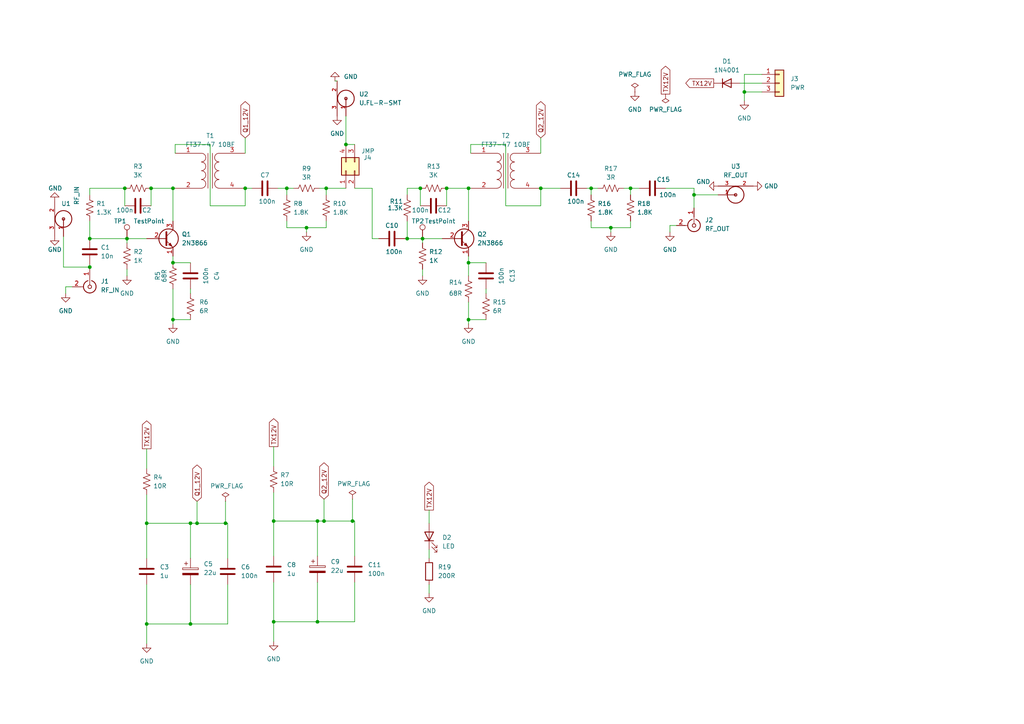
<source format=kicad_sch>
(kicad_sch (version 20211123) (generator eeschema)
  (paper "A4")
  (lib_symbols
    (symbol "Connector:Conn_Coaxial" (pin_names (offset 1.016) hide)
      (property "Reference" "J" (at 0.254 3.048 0))
      (property "Value" "Conn_Coaxial" (at 2.921 0 90))
      (symbol "Conn_Coaxial_0_1"
        (arc (start -1.778 -0.508) (mid 0.2311 -1.8066) (end 1.778 0) (stroke (width 0.254)))
        (polyline (pts (xy -2.54 0) (xy -0.508 0)))
        (polyline (pts (xy 0 -2.54) (xy 0 -1.778)))
        (circle (center 0 0) (radius 0.508) (stroke (width 0.2032)))
        (arc (start 1.778 0) (mid 0.2099 1.8101) (end -1.778 0.508) (stroke (width 0.254)))
      )
      (symbol "Conn_Coaxial_1_1"
        (pin passive line (at -5.08 0 0) (length 2.54) (name "In") (number "1"))
        (pin passive line (at 0 -5.08 90) (length 2.54) (name "Ext") (number "2"))
      )
    )
    (symbol "Connector:TestPoint" (pin_numbers hide) (pin_names (offset 0.762) hide)
      (property "Reference" "TP" (at 0 6.858 0))
      (property "Value" "TestPoint" (at 0 5.08 0))
      (symbol "TestPoint_0_1"
        (circle (center 0 3.302) (radius 0.762))
      )
      (symbol "TestPoint_1_1"
        (pin passive line (at 0 0 90) (length 2.54) (name "1") (number "1"))
      )
    )
    (symbol "Connector_Generic:Conn_01x03" (pin_names (offset 1.016) hide)
      (property "Reference" "J" (at 0 5.08 0))
      (property "Value" "Conn_01x03" (at 0 -5.08 0))
      (symbol "Conn_01x03_1_1"
        (rectangle (start -1.27 -2.413) (end 0 -2.667) (stroke (width 0.1524)))
        (rectangle (start -1.27 0.127) (end 0 -0.127) (stroke (width 0.1524)))
        (rectangle (start -1.27 2.667) (end 0 2.413) (stroke (width 0.1524)))
        (rectangle (start -1.27 3.81) (end 1.27 -3.81) (stroke (width 0.254)) (fill (type background)))
        (pin passive line (at -5.08 2.54 0) (length 3.81) (name "Pin_1") (number "1"))
        (pin passive line (at -5.08 0 0) (length 3.81) (name "Pin_2") (number "2"))
        (pin passive line (at -5.08 -2.54 0) (length 3.81) (name "Pin_3") (number "3"))
      )
    )
    (symbol "Connector_Generic:Conn_02x02_Counter_Clockwise" (pin_names (offset 1.016) hide)
      (property "Reference" "J" (at 1.27 2.54 0))
      (property "Value" "Conn_02x02_Counter_Clockwise" (at 1.27 -5.08 0))
      (symbol "Conn_02x02_Counter_Clockwise_1_1"
        (rectangle (start -1.27 -2.413) (end 0 -2.667) (stroke (width 0.1524)))
        (rectangle (start -1.27 0.127) (end 0 -0.127) (stroke (width 0.1524)))
        (rectangle (start -1.27 1.27) (end 3.81 -3.81) (stroke (width 0.254)) (fill (type background)))
        (rectangle (start 3.81 -2.413) (end 2.54 -2.667) (stroke (width 0.1524)))
        (rectangle (start 3.81 0.127) (end 2.54 -0.127) (stroke (width 0.1524)))
        (pin passive line (at -5.08 0 0) (length 3.81) (name "Pin_1") (number "1"))
        (pin passive line (at -5.08 -2.54 0) (length 3.81) (name "Pin_2") (number "2"))
        (pin passive line (at 7.62 -2.54 180) (length 3.81) (name "Pin_3") (number "3"))
        (pin passive line (at 7.62 0 180) (length 3.81) (name "Pin_4") (number "4"))
      )
    )
    (symbol "Custom_RF:Generic Transfomer" (pin_names (offset 1.016) hide)
      (property "Reference" "T" (at 0 6.35 0))
      (property "Value" "Generic Transfomer" (at 0 -7.62 0))
      (symbol "Generic Transfomer_0_1"
        (arc (start -2.54 -5.0546) (mid -1.6599 -4.6901) (end -1.27 -3.81))
        (arc (start -2.54 -2.5146) (mid -1.6599 -2.1501) (end -1.27 -1.27))
        (arc (start -2.54 0.0254) (mid -1.6599 0.3899) (end -1.27 1.27))
        (arc (start -2.54 2.5654) (mid -1.6599 2.9299) (end -1.27 3.81))
        (arc (start -1.27 -3.81) (mid -1.642 -2.912) (end -2.54 -2.54))
        (arc (start -1.27 -1.27) (mid -1.642 -0.372) (end -2.54 0))
        (arc (start -1.27 1.27) (mid -1.642 2.168) (end -2.54 2.54))
        (arc (start -1.27 3.81) (mid -1.642 4.708) (end -2.54 5.08))
        (polyline (pts (xy -0.635 5.08) (xy -0.635 -5.08)))
        (polyline (pts (xy 0.635 -5.08) (xy 0.635 5.08)))
        (arc (start 1.2954 -1.27) (mid 1.6599 -2.1501) (end 2.54 -2.5146))
        (arc (start 1.2954 1.27) (mid 1.6599 0.3899) (end 2.54 0.0254))
        (arc (start 1.2954 3.81) (mid 1.6599 2.9299) (end 2.54 2.5654))
        (arc (start 1.3208 -3.81) (mid 1.6853 -4.6901) (end 2.5654 -5.0546))
        (arc (start 2.54 0) (mid 1.642 -0.372) (end 1.2954 -1.27))
        (arc (start 2.54 2.54) (mid 1.642 2.168) (end 1.2954 1.27))
        (arc (start 2.54 5.08) (mid 1.642 4.708) (end 1.2954 3.81))
        (arc (start 2.5654 -2.54) (mid 1.6674 -2.912) (end 1.3208 -3.81))
      )
      (symbol "Generic Transfomer_1_1"
        (pin passive line (at -10.16 5.08 0) (length 7.62) (name "AA") (number "1"))
        (pin passive line (at -10.16 -5.08 0) (length 7.62) (name "AB") (number "2"))
        (pin passive line (at 10.16 5.08 180) (length 7.62) (name "SB") (number "3"))
        (pin passive line (at 10.16 -5.08 180) (length 7.62) (name "SA") (number "4"))
      )
    )
    (symbol "Custom_RF:U.FL-R-SMT" (pin_names (offset 1.016))
      (property "Reference" "U" (at 0 0 0))
      (property "Value" "U.FL-R-SMT" (at 0 2.54 0))
      (symbol "U.FL-R-SMT_0_0"
        (circle (center 0 0) (radius 0.3592) (stroke (width 0.254)))
        (circle (center 0 0) (radius 2.413) (stroke (width 0.254)))
        (pin passive line (at 5.08 0 180) (length 5.08) (name "~") (number "1"))
        (pin power_in line (at -5.08 -2.54 0) (length 5.08) (name "~") (number "2"))
        (pin power_in line (at 5.08 -2.54 180) (length 5.08) (name "~") (number "3"))
      )
    )
    (symbol "Device:C" (pin_numbers hide) (pin_names (offset 0.254))
      (property "Reference" "C" (at 0.635 2.54 0))
      (property "Value" "C" (at 0.635 -2.54 0))
      (symbol "C_0_1"
        (polyline (pts (xy -2.032 -0.762) (xy 2.032 -0.762)) (stroke (width 0.508)))
        (polyline (pts (xy -2.032 0.762) (xy 2.032 0.762)) (stroke (width 0.508)))
      )
      (symbol "C_1_1"
        (pin passive line (at 0 3.81 270) (length 2.794) (name "~") (number "1"))
        (pin passive line (at 0 -3.81 90) (length 2.794) (name "~") (number "2"))
      )
    )
    (symbol "Device:C_Polarized" (pin_numbers hide) (pin_names (offset 0.254))
      (property "Reference" "C" (at 0.635 2.54 0))
      (property "Value" "C_Polarized" (at 0.635 -2.54 0))
      (symbol "C_Polarized_0_1"
        (rectangle (start -2.286 0.508) (end 2.286 1.016))
        (polyline (pts (xy -1.778 2.286) (xy -0.762 2.286)))
        (polyline (pts (xy -1.27 2.794) (xy -1.27 1.778)))
        (rectangle (start 2.286 -0.508) (end -2.286 -1.016) (fill (type outline)))
      )
      (symbol "C_Polarized_1_1"
        (pin passive line (at 0 3.81 270) (length 2.794) (name "~") (number "1"))
        (pin passive line (at 0 -3.81 90) (length 2.794) (name "~") (number "2"))
      )
    )
    (symbol "Device:LED" (pin_numbers hide) (pin_names (offset 1.016) hide)
      (property "Reference" "D" (at 0 2.54 0))
      (property "Value" "LED" (at 0 -2.54 0))
      (symbol "LED_0_1"
        (polyline (pts (xy -1.27 -1.27) (xy -1.27 1.27)) (stroke (width 0.254)))
        (polyline (pts (xy -1.27 0) (xy 1.27 0)))
        (polyline (pts (xy 1.27 -1.27) (xy 1.27 1.27) (xy -1.27 0) (xy 1.27 -1.27)) (stroke (width 0.254)))
        (polyline (pts (xy -3.048 -0.762) (xy -4.572 -2.286) (xy -3.81 -2.286) (xy -4.572 -2.286) (xy -4.572 -1.524)))
        (polyline (pts (xy -1.778 -0.762) (xy -3.302 -2.286) (xy -2.54 -2.286) (xy -3.302 -2.286) (xy -3.302 -1.524)))
      )
      (symbol "LED_1_1"
        (pin passive line (at -3.81 0 0) (length 2.54) (name "K") (number "1"))
        (pin passive line (at 3.81 0 180) (length 2.54) (name "A") (number "2"))
      )
    )
    (symbol "Device:R" (pin_numbers hide) (pin_names (offset 0))
      (property "Reference" "R" (at 2.032 0 90))
      (property "Value" "R" (at 0 0 90))
      (symbol "R_0_1"
        (rectangle (start -1.016 -2.54) (end 1.016 2.54) (stroke (width 0.254)))
      )
      (symbol "R_1_1"
        (pin passive line (at 0 3.81 270) (length 1.27) (name "~") (number "1"))
        (pin passive line (at 0 -3.81 90) (length 1.27) (name "~") (number "2"))
      )
    )
    (symbol "Device:R_US" (pin_numbers hide) (pin_names (offset 0))
      (property "Reference" "R" (at 2.54 0 90))
      (property "Value" "R_US" (at -2.54 0 90))
      (symbol "R_US_0_1"
        (polyline (pts (xy 0 -2.286) (xy 0 -2.54)))
        (polyline (pts (xy 0 2.286) (xy 0 2.54)))
        (polyline (pts (xy 0 -0.762) (xy 1.016 -1.143) (xy 0 -1.524) (xy -1.016 -1.905) (xy 0 -2.286)))
        (polyline (pts (xy 0 0.762) (xy 1.016 0.381) (xy 0 0) (xy -1.016 -0.381) (xy 0 -0.762)))
        (polyline (pts (xy 0 2.286) (xy 1.016 1.905) (xy 0 1.524) (xy -1.016 1.143) (xy 0 0.762)))
      )
      (symbol "R_US_1_1"
        (pin passive line (at 0 3.81 270) (length 1.27) (name "~") (number "1"))
        (pin passive line (at 0 -3.81 90) (length 1.27) (name "~") (number "2"))
      )
    )
    (symbol "Diode:1N4001" (pin_numbers hide) (pin_names (offset 1.016) hide)
      (property "Reference" "D" (at 0 2.54 0))
      (property "Value" "1N4001" (at 0 -2.54 0))
      (symbol "1N4001_0_1"
        (polyline (pts (xy -1.27 1.27) (xy -1.27 -1.27)) (stroke (width 0.254)))
        (polyline (pts (xy 1.27 0) (xy -1.27 0)))
        (polyline (pts (xy 1.27 1.27) (xy 1.27 -1.27) (xy -1.27 0) (xy 1.27 1.27)) (stroke (width 0.254)))
      )
      (symbol "1N4001_1_1"
        (pin passive line (at -3.81 0 0) (length 2.54) (name "K") (number "1"))
        (pin passive line (at 3.81 0 180) (length 2.54) (name "A") (number "2"))
      )
    )
    (symbol "Transistor_BJT:2N3904" (pin_names (offset 0) hide)
      (property "Reference" "Q" (at 5.08 1.905 0))
      (property "Value" "2N3904" (at 5.08 0 0))
      (symbol "2N3904_0_1"
        (polyline (pts (xy 0.635 0.635) (xy 2.54 2.54)))
        (polyline (pts (xy 0.635 -0.635) (xy 2.54 -2.54) (xy 2.54 -2.54)))
        (polyline (pts (xy 0.635 1.905) (xy 0.635 -1.905) (xy 0.635 -1.905)) (stroke (width 0.508)))
        (polyline (pts (xy 1.27 -1.778) (xy 1.778 -1.27) (xy 2.286 -2.286) (xy 1.27 -1.778) (xy 1.27 -1.778)) (fill (type outline)))
        (circle (center 1.27 0) (radius 2.8194) (stroke (width 0.254)))
      )
      (symbol "2N3904_1_1"
        (pin passive line (at 2.54 -5.08 90) (length 2.54) (name "E") (number "1"))
        (pin passive line (at -5.08 0 0) (length 5.715) (name "B") (number "2"))
        (pin passive line (at 2.54 5.08 270) (length 2.54) (name "C") (number "3"))
      )
    )
    (symbol "power:GND" (power) (pin_names (offset 0))
      (property "Value" "GND" (at 0 -3.81 0))
      (symbol "GND_0_1"
        (polyline (pts (xy 0 0) (xy 0 -1.27) (xy 1.27 -1.27) (xy 0 -2.54) (xy -1.27 -1.27) (xy 0 -1.27)))
      )
      (symbol "GND_1_1"
        (pin power_in line (at 0 0 270) (length 0) hide (name "GND") (number "1"))
      )
    )
    (symbol "power:PWR_FLAG" (power) (pin_numbers hide) (pin_names (offset 0) hide)
      (property "Value" "PWR_FLAG" (at 0 3.81 0))
      (symbol "PWR_FLAG_0_0"
        (pin power_out line (at 0 0 90) (length 0) (name "pwr") (number "1"))
      )
      (symbol "PWR_FLAG_0_1"
        (polyline (pts (xy 0 0) (xy 0 1.27) (xy -1.016 1.905) (xy 0 2.54) (xy 1.016 1.905) (xy 0 1.27)))
      )
    )
  )
  (junction (at 57.15 151.765))
  (junction (at 177.165 66.04))
  (junction (at 135.89 76.2))
  (junction (at 42.545 180.975))
  (junction (at 156.845 54.61))
  (junction (at 36.195 54.61))
  (junction (at 100.33 41.91))
  (junction (at 93.98 151.13))
  (junction (at 50.165 54.61))
  (junction (at 55.245 151.765))
  (junction (at 92.075 151.13))
  (junction (at 50.165 76.2))
  (junction (at 122.555 69.215))
  (junction (at 171.45 54.61))
  (junction (at 88.9 66.04))
  (junction (at 92.075 180.34))
  (junction (at 182.88 54.61))
  (junction (at 201.295 56.515))
  (junction (at 50.165 92.71))
  (junction (at 83.185 54.61))
  (junction (at 43.815 54.61))
  (junction (at 65.405 151.765))
  (junction (at 94.615 54.61))
  (junction (at 26.035 69.215))
  (junction (at 135.89 54.61))
  (junction (at 71.12 54.61))
  (junction (at 36.83 69.215))
  (junction (at 26.035 77.47))
  (junction (at 135.89 92.71))
  (junction (at 121.92 54.61))
  (junction (at 215.9 26.67))
  (junction (at 42.545 151.765))
  (junction (at 129.54 54.61))
  (junction (at 79.375 151.13))
  (junction (at 118.11 69.215))
  (junction (at 79.375 180.34))
  (junction (at 55.245 180.975))
  (junction (at 102.235 151.13))
  (wire (pts (xy 36.83 78.105) (xy 36.83 80.01)))
  (wire (pts (xy 71.12 40.005) (xy 71.12 44.45)))
  (wire (pts (xy 92.075 168.91) (xy 92.075 180.34)))
  (wire (pts (xy 42.545 143.51) (xy 42.545 151.765)))
  (wire (pts (xy 171.45 66.04) (xy 171.45 64.135)))
  (wire (pts (xy 80.645 54.61) (xy 83.185 54.61)))
  (wire (pts (xy 83.185 54.61) (xy 83.185 56.515)))
  (wire (pts (xy 55.245 83.82) (xy 55.245 85.09)))
  (wire (pts (xy 135.89 92.71) (xy 135.89 93.98)))
  (wire (pts (xy 146.685 41.91) (xy 136.525 41.91)))
  (wire (pts (xy 94.615 54.61) (xy 94.615 56.515)))
  (wire (pts (xy 118.11 54.61) (xy 118.11 56.515)))
  (wire (pts (xy 215.9 26.67) (xy 220.98 26.67)))
  (wire (pts (xy 196.215 65.405) (xy 194.31 65.405)))
  (wire (pts (xy 156.845 54.61) (xy 156.845 59.69)))
  (wire (pts (xy 92.075 151.13) (xy 92.075 161.29)))
  (wire (pts (xy 102.235 151.13) (xy 102.87 151.13)))
  (wire (pts (xy 88.9 66.04) (xy 83.185 66.04)))
  (wire (pts (xy 107.95 69.215) (xy 109.855 69.215)))
  (wire (pts (xy 140.97 92.71) (xy 135.89 92.71)))
  (wire (pts (xy 26.035 64.135) (xy 26.035 69.215)))
  (wire (pts (xy 79.375 180.34) (xy 92.075 180.34)))
  (wire (pts (xy 201.295 56.515) (xy 201.295 60.325)))
  (wire (pts (xy 71.12 59.69) (xy 60.96 59.69)))
  (wire (pts (xy 135.89 54.61) (xy 136.525 54.61)))
  (wire (pts (xy 171.45 54.61) (xy 173.355 54.61)))
  (wire (pts (xy 118.11 69.215) (xy 122.555 69.215)))
  (wire (pts (xy 36.83 69.215) (xy 36.83 70.485)))
  (wire (pts (xy 19.05 83.185) (xy 19.05 85.09)))
  (wire (pts (xy 92.075 180.34) (xy 102.87 180.34)))
  (wire (pts (xy 94.615 66.04) (xy 88.9 66.04)))
  (wire (pts (xy 26.035 76.835) (xy 26.035 77.47)))
  (wire (pts (xy 57.15 145.415) (xy 57.15 151.765)))
  (wire (pts (xy 135.89 92.71) (xy 135.89 87.63)))
  (wire (pts (xy 97.79 23.495) (xy 97.155 23.495)))
  (wire (pts (xy 140.97 83.82) (xy 140.97 85.09)))
  (wire (pts (xy 118.11 64.135) (xy 118.11 69.215)))
  (wire (pts (xy 50.165 54.61) (xy 50.165 64.135)))
  (wire (pts (xy 122.555 78.105) (xy 122.555 80.01)))
  (wire (pts (xy 171.45 54.61) (xy 171.45 56.515)))
  (wire (pts (xy 220.98 21.59) (xy 215.9 21.59)))
  (wire (pts (xy 50.165 54.61) (xy 50.8 54.61)))
  (wire (pts (xy 42.545 180.975) (xy 55.245 180.975)))
  (wire (pts (xy 60.96 41.91) (xy 50.8 41.91)))
  (wire (pts (xy 26.035 54.61) (xy 26.035 56.515)))
  (wire (pts (xy 36.195 54.61) (xy 36.195 59.69)))
  (wire (pts (xy 122.555 69.215) (xy 122.555 70.485)))
  (wire (pts (xy 215.9 26.67) (xy 215.9 29.21)))
  (wire (pts (xy 55.245 151.765) (xy 57.15 151.765)))
  (wire (pts (xy 55.245 92.71) (xy 50.165 92.71)))
  (wire (pts (xy 42.545 130.175) (xy 42.545 135.89)))
  (wire (pts (xy 122.555 69.215) (xy 128.27 69.215)))
  (wire (pts (xy 100.33 41.91) (xy 102.87 41.91)))
  (wire (pts (xy 66.04 180.975) (xy 66.04 169.545)))
  (wire (pts (xy 182.88 54.61) (xy 182.88 56.515)))
  (wire (pts (xy 156.845 59.69) (xy 146.685 59.69)))
  (wire (pts (xy 182.88 54.61) (xy 185.42 54.61)))
  (wire (pts (xy 156.845 54.61) (xy 162.56 54.61)))
  (wire (pts (xy 156.845 40.005) (xy 156.845 44.45)))
  (wire (pts (xy 201.295 54.61) (xy 201.295 56.515)))
  (wire (pts (xy 26.035 69.215) (xy 36.83 69.215)))
  (wire (pts (xy 121.92 54.61) (xy 121.92 59.69)))
  (wire (pts (xy 117.475 69.215) (xy 118.11 69.215)))
  (wire (pts (xy 79.375 168.91) (xy 79.375 180.34)))
  (wire (pts (xy 50.165 92.71) (xy 50.165 93.98)))
  (wire (pts (xy 102.235 144.78) (xy 102.235 151.13)))
  (wire (pts (xy 135.89 54.61) (xy 135.89 64.135)))
  (wire (pts (xy 177.165 66.04) (xy 171.45 66.04)))
  (wire (pts (xy 182.88 64.135) (xy 182.88 66.04)))
  (wire (pts (xy 43.815 54.61) (xy 50.165 54.61)))
  (wire (pts (xy 100.33 33.655) (xy 100.33 41.91)))
  (wire (pts (xy 50.8 41.91) (xy 50.8 44.45)))
  (wire (pts (xy 43.815 54.61) (xy 43.815 59.69)))
  (wire (pts (xy 194.31 65.405) (xy 194.31 67.31)))
  (wire (pts (xy 94.615 64.135) (xy 94.615 66.04)))
  (wire (pts (xy 79.375 151.13) (xy 79.375 161.29)))
  (wire (pts (xy 79.375 180.34) (xy 79.375 186.055)))
  (wire (pts (xy 42.545 151.765) (xy 55.245 151.765)))
  (wire (pts (xy 102.87 151.13) (xy 102.87 161.29)))
  (wire (pts (xy 215.9 21.59) (xy 215.9 26.67)))
  (wire (pts (xy 55.245 151.765) (xy 55.245 161.925)))
  (wire (pts (xy 182.88 66.04) (xy 177.165 66.04)))
  (wire (pts (xy 79.375 151.13) (xy 92.075 151.13)))
  (wire (pts (xy 18.415 77.47) (xy 26.035 77.47)))
  (wire (pts (xy 146.685 59.69) (xy 146.685 41.91)))
  (wire (pts (xy 83.185 66.04) (xy 83.185 64.135)))
  (wire (pts (xy 129.54 54.61) (xy 135.89 54.61)))
  (wire (pts (xy 121.92 54.61) (xy 118.11 54.61)))
  (wire (pts (xy 57.15 151.765) (xy 65.405 151.765)))
  (wire (pts (xy 94.615 54.61) (xy 100.33 54.61)))
  (wire (pts (xy 92.075 151.13) (xy 93.98 151.13)))
  (wire (pts (xy 135.89 76.2) (xy 140.97 76.2)))
  (wire (pts (xy 36.83 69.215) (xy 42.545 69.215)))
  (wire (pts (xy 124.46 159.385) (xy 124.46 161.925)))
  (wire (pts (xy 193.04 54.61) (xy 201.295 54.61)))
  (wire (pts (xy 129.54 54.61) (xy 129.54 59.69)))
  (wire (pts (xy 135.89 74.295) (xy 135.89 76.2)))
  (wire (pts (xy 102.87 180.34) (xy 102.87 168.91)))
  (wire (pts (xy 65.405 145.415) (xy 65.405 151.765)))
  (wire (pts (xy 60.96 59.69) (xy 60.96 41.91)))
  (wire (pts (xy 36.195 54.61) (xy 26.035 54.61)))
  (wire (pts (xy 92.71 54.61) (xy 94.615 54.61)))
  (wire (pts (xy 50.165 74.295) (xy 50.165 76.2)))
  (wire (pts (xy 42.545 151.765) (xy 42.545 161.925)))
  (wire (pts (xy 79.375 129.54) (xy 79.375 135.255)))
  (wire (pts (xy 93.98 144.78) (xy 93.98 151.13)))
  (wire (pts (xy 65.405 151.765) (xy 66.04 151.765)))
  (wire (pts (xy 124.46 169.545) (xy 124.46 172.085)))
  (wire (pts (xy 18.415 68.58) (xy 18.415 77.47)))
  (wire (pts (xy 177.165 66.04) (xy 177.165 67.31)))
  (wire (pts (xy 201.295 56.515) (xy 208.28 56.515)))
  (wire (pts (xy 42.545 169.545) (xy 42.545 180.975)))
  (wire (pts (xy 20.955 83.185) (xy 19.05 83.185)))
  (wire (pts (xy 71.12 54.61) (xy 71.12 59.69)))
  (wire (pts (xy 170.18 54.61) (xy 171.45 54.61)))
  (wire (pts (xy 124.46 147.955) (xy 124.46 151.765)))
  (wire (pts (xy 66.04 151.765) (xy 66.04 161.925)))
  (wire (pts (xy 55.245 180.975) (xy 66.04 180.975)))
  (wire (pts (xy 83.185 54.61) (xy 85.09 54.61)))
  (wire (pts (xy 71.12 54.61) (xy 73.025 54.61)))
  (wire (pts (xy 50.165 76.2) (xy 55.245 76.2)))
  (wire (pts (xy 135.89 80.01) (xy 135.89 76.2)))
  (wire (pts (xy 93.98 151.13) (xy 102.235 151.13)))
  (wire (pts (xy 26.035 77.47) (xy 26.035 78.105)))
  (wire (pts (xy 50.165 92.71) (xy 50.165 83.82)))
  (wire (pts (xy 42.545 180.975) (xy 42.545 186.69)))
  (wire (pts (xy 136.525 41.91) (xy 136.525 44.45)))
  (wire (pts (xy 180.975 54.61) (xy 182.88 54.61)))
  (wire (pts (xy 79.375 142.875) (xy 79.375 151.13)))
  (wire (pts (xy 107.95 54.61) (xy 107.95 69.215)))
  (wire (pts (xy 88.9 66.04) (xy 88.9 67.31)))
  (wire (pts (xy 214.63 24.13) (xy 220.98 24.13)))
  (wire (pts (xy 102.87 54.61) (xy 107.95 54.61)))
  (wire (pts (xy 55.245 169.545) (xy 55.245 180.975)))
  (global_label "Q1_12V" (shape bidirectional) (at 57.15 145.415 90) (property "Intersheet References" "${INTERSHEET_REFS}" (effects hide)))
  (global_label "Q1_12V" (shape bidirectional) (at 71.12 40.005 90) (property "Intersheet References" "${INTERSHEET_REFS}" (effects hide)))
  (global_label "TX12V" (shape output) (at 42.545 130.175 90) (property "Intersheet References" "${INTERSHEET_REFS}" (effects hide)))
  (global_label "Q2_12V" (shape bidirectional) (at 156.845 40.005 90) (property "Intersheet References" "${INTERSHEET_REFS}" (effects hide)))
  (global_label "Q2_12V" (shape bidirectional) (at 93.98 144.78 90) (property "Intersheet References" "${INTERSHEET_REFS}" (effects hide)))
  (global_label "TX12V" (shape output) (at 193.04 27.305 90) (property "Intersheet References" "${INTERSHEET_REFS}" (effects hide)))
  (global_label "TX12V" (shape output) (at 79.375 129.54 90) (property "Intersheet References" "${INTERSHEET_REFS}" (effects hide)))
  (global_label "TX12V" (shape output) (at 124.46 147.955 90) (property "Intersheet References" "${INTERSHEET_REFS}" (effects hide)))
  (global_label "TX12V" (shape output) (at 207.01 24.13 180) (property "Intersheet References" "${INTERSHEET_REFS}" (effects hide)))
  (symbol (lib_id "Custom_RF:U.FL-R-SMT") (at 213.36 56.515 180) (unit 1)
    (property "Reference" "U3" (at 213.36 48.26 0))
    (property "Value" "RF_OUT" (at 213.36 50.8 0))
    (property "Footprint" "U.FL-R-SMT" (effects hide))
  )
  (symbol (lib_id "Device:R_US") (at 122.555 74.295 180) (unit 1)
    (property "Reference" "R12" (at 124.46 73.0249 0) (effects (justify right)))
    (property "Value" "1K" (at 124.46 75.5649 0) (effects (justify right)))
    (property "Footprint" "Resistor_SMD:R_1206_3216Metric" (effects hide))
  )
  (symbol (lib_id "power:GND") (at 97.155 23.495 180) (unit 1)
    (property "Reference" "#PWR015" (effects hide))
    (property "Value" "GND" (at 99.695 22.2249 0) (effects (justify right)))
  )
  (symbol (lib_id "Connector:Conn_Coaxial") (at 26.035 83.185 270) (unit 1)
    (property "Reference" "J1" (at 29.21 81.5974 90) (effects (justify left)))
    (property "Value" "RF_IN" (at 29.21 84.1374 90) (effects (justify left)))
    (property "Footprint" "Connector_Coaxial:SMA_Amphenol_901-144_Vertical" (effects hide))
    (property "Datasheet" " ~" (effects hide))
  )
  (symbol (lib_id "Device:R_US") (at 182.88 60.325 180) (unit 1)
    (property "Reference" "R18" (at 184.785 59.0549 0) (effects (justify right)))
    (property "Value" "1.8K" (at 184.785 61.5949 0) (effects (justify right)))
    (property "Footprint" "Resistor_SMD:R_1206_3216Metric" (effects hide))
  )
  (symbol (lib_id "Connector_Generic:Conn_02x02_Counter_Clockwise") (at 100.33 49.53 90) (unit 1)
    (property "Reference" "J4" (at 105.41 45.72 90) (effects (justify right)))
    (property "Value" "JMP" (at 104.775 43.815 90) (effects (justify right)))
    (property "Footprint" "Connector_PinHeader_2.54mm:PinHeader_2x02_P2.54mm_Vertical" (effects hide))
  )
  (symbol (lib_id "Device:R_US") (at 55.245 88.9 180) (unit 1)
    (property "Reference" "R6" (at 57.785 87.6299 0) (effects (justify right)))
    (property "Value" "6R" (at 57.785 90.1699 0) (effects (justify right)))
    (property "Footprint" "Resistor_SMD:R_1206_3216Metric" (effects hide))
  )
  (symbol (lib_id "power:GND") (at 215.9 29.21 0) (unit 1)
    (property "Reference" "#PWR012" (effects hide))
    (property "Value" "GND" (at 215.9 34.29 0))
  )
  (symbol (lib_id "power:GND") (at 97.79 33.655 0) (unit 1)
    (property "Reference" "#PWR016" (effects hide))
    (property "Value" "GND" (at 97.79 38.735 0))
  )
  (symbol (lib_id "power:GND") (at 184.15 26.67 0) (unit 1)
    (property "Reference" "#PWR011" (effects hide))
    (property "Value" "GND" (at 184.15 31.75 0))
  )
  (symbol (lib_id "Device:C") (at 140.97 80.01 0) (unit 1)
    (property "Reference" "C13" (at 148.59 80.01 90))
    (property "Value" "100n" (at 145.415 80.01 90))
    (property "Footprint" "Capacitor_SMD:C_1206_3216Metric" (effects hide))
  )
  (symbol (lib_id "Custom_RF:U.FL-R-SMT") (at 100.33 28.575 270) (unit 1)
    (property "Reference" "U2" (at 104.14 27.3049 90) (effects (justify left)))
    (property "Value" "U.FL-R-SMT" (at 104.14 29.8449 90) (effects (justify left)))
    (property "Footprint" "U.FL-R-SMT" (effects hide))
  )
  (symbol (lib_id "power:GND") (at 50.165 93.98 0) (unit 1)
    (property "Reference" "#PWR04" (effects hide))
    (property "Value" "GND" (at 50.165 99.06 0))
  )
  (symbol (lib_id "Device:R_US") (at 40.005 54.61 90) (unit 1)
    (property "Reference" "R3" (at 40.005 48.26 90))
    (property "Value" "3K" (at 40.005 50.8 90))
    (property "Footprint" "Resistor_SMD:R_1206_3216Metric" (effects hide))
  )
  (symbol (lib_id "Connector:TestPoint") (at 122.555 69.215 0) (unit 1)
    (property "Reference" "TP2" (at 119.38 64.135 0) (effects (justify left)))
    (property "Value" "TestPoint" (at 123.19 64.135 0) (effects (justify left)))
    (property "Footprint" "Connector_Pin:Pin_D0.7mm_L6.5mm_W1.8mm_FlatFork" (effects hide))
  )
  (symbol (lib_id "Device:C") (at 76.835 54.61 270) (unit 1)
    (property "Reference" "C7" (at 76.835 50.8 90))
    (property "Value" "100n" (at 77.47 58.42 90))
    (property "Footprint" "Capacitor_SMD:C_1206_3216Metric" (effects hide))
  )
  (symbol (lib_id "power:GND") (at 124.46 172.085 0) (unit 1)
    (property "Reference" "#PWR019" (effects hide))
    (property "Value" "GND" (at 124.46 177.165 0))
  )
  (symbol (lib_id "Device:C") (at 42.545 165.735 0) (unit 1)
    (property "Reference" "C3" (at 46.355 164.4649 0) (effects (justify left)))
    (property "Value" "1u" (at 46.355 167.0049 0) (effects (justify left)))
    (property "Footprint" "Capacitor_SMD:C_1206_3216Metric" (effects hide))
  )
  (symbol (lib_id "Device:R_US") (at 140.97 88.9 180) (unit 1)
    (property "Reference" "R15" (at 142.875 87.6299 0) (effects (justify right)))
    (property "Value" "6R" (at 142.875 90.1699 0) (effects (justify right)))
    (property "Footprint" "Resistor_SMD:R_1206_3216Metric" (effects hide))
  )
  (symbol (lib_id "power:GND") (at 15.875 68.58 0) (unit 1)
    (property "Reference" "#PWR014" (effects hide))
    (property "Value" "GND" (at 15.875 72.39 0))
  )
  (symbol (lib_id "Device:R_US") (at 83.185 60.325 180) (unit 1)
    (property "Reference" "R8" (at 85.09 59.0549 0) (effects (justify right)))
    (property "Value" "1.8K" (at 85.09 61.5949 0) (effects (justify right)))
    (property "Footprint" "Resistor_SMD:R_1206_3216Metric" (effects hide))
  )
  (symbol (lib_id "Device:R_US") (at 135.89 83.82 180) (unit 1)
    (property "Reference" "R14" (at 130.175 81.915 0) (effects (justify right)))
    (property "Value" "68R" (at 130.175 85.09 0) (effects (justify right)))
    (property "Footprint" "Resistor_SMD:R_1206_3216Metric" (effects hide))
  )
  (symbol (lib_id "Device:C") (at 189.23 54.61 270) (unit 1)
    (property "Reference" "C15" (at 192.405 52.07 90))
    (property "Value" "100n" (at 193.675 56.515 90))
    (property "Footprint" "Capacitor_SMD:C_1206_3216Metric" (effects hide))
  )
  (symbol (lib_id "Device:R_US") (at 36.83 74.295 180) (unit 1)
    (property "Reference" "R2" (at 38.735 73.0249 0) (effects (justify right)))
    (property "Value" "1K" (at 38.735 75.5649 0) (effects (justify right)))
    (property "Footprint" "Resistor_SMD:R_1206_3216Metric" (effects hide))
  )
  (symbol (lib_id "power:PWR_FLAG") (at 65.405 145.415 0) (unit 1)
    (property "Reference" "#FLG01" (effects hide))
    (property "Value" "PWR_FLAG" (at 60.96 140.97 0) (effects (justify left)))
  )
  (symbol (lib_id "power:GND") (at 88.9 67.31 0) (unit 1)
    (property "Reference" "#PWR06" (effects hide))
    (property "Value" "GND" (at 88.9 72.39 0))
  )
  (symbol (lib_id "Device:C") (at 166.37 54.61 270) (unit 1)
    (property "Reference" "C14" (at 166.37 50.8 90))
    (property "Value" "100n" (at 167.005 58.42 90))
    (property "Footprint" "Capacitor_SMD:C_1206_3216Metric" (effects hide))
  )
  (symbol (lib_id "Custom_RF:Generic Transfomer") (at 146.685 49.53 0) (unit 1)
    (property "Reference" "T2" (at 146.6977 39.37 0))
    (property "Value" "FT37-47 10BF" (at 146.6977 41.91 0))
    (property "Footprint" "Transformer_THT:Transformer_Toroid_Horizontal_D10.5mm_Amidon-T37" (effects hide))
  )
  (symbol (lib_id "Device:R_US") (at 125.73 54.61 90) (unit 1)
    (property "Reference" "R13" (at 125.73 48.26 90))
    (property "Value" "3K" (at 125.73 50.8 90))
    (property "Footprint" "Resistor_SMD:R_1206_3216Metric" (effects hide))
  )
  (symbol (lib_id "power:GND") (at 36.83 80.01 0) (unit 1)
    (property "Reference" "#PWR02" (effects hide))
    (property "Value" "GND" (at 36.83 85.09 0))
  )
  (symbol (lib_id "Connector:Conn_Coaxial") (at 201.295 65.405 270) (unit 1)
    (property "Reference" "J2" (at 204.47 63.8174 90) (effects (justify left)))
    (property "Value" "RF_OUT" (at 204.47 66.3574 90) (effects (justify left)))
    (property "Footprint" "Connector_Coaxial:SMA_Amphenol_901-144_Vertical" (effects hide))
    (property "Datasheet" " ~" (effects hide))
  )
  (symbol (lib_id "power:GND") (at 177.165 67.31 0) (unit 1)
    (property "Reference" "#PWR09" (effects hide))
    (property "Value" "GND" (at 177.165 72.39 0))
  )
  (symbol (lib_id "power:PWR_FLAG") (at 184.15 26.67 0) (unit 1)
    (property "Reference" "#FLG03" (effects hide))
    (property "Value" "PWR_FLAG" (at 184.15 21.59 0))
  )
  (symbol (lib_id "Device:C") (at 66.04 165.735 0) (unit 1)
    (property "Reference" "C6" (at 69.85 164.4649 0) (effects (justify left)))
    (property "Value" "100n" (at 69.85 167.0049 0) (effects (justify left)))
    (property "Footprint" "Capacitor_SMD:C_1206_3216Metric" (effects hide))
  )
  (symbol (lib_id "Device:R_US") (at 79.375 139.065 0) (unit 1)
    (property "Reference" "R7" (at 81.28 137.7949 0) (effects (justify left)))
    (property "Value" "10R" (at 81.28 140.3349 0) (effects (justify left)))
    (property "Footprint" "Resistor_SMD:R_1206_3216Metric" (effects hide))
  )
  (symbol (lib_id "Device:R_US") (at 88.9 54.61 90) (unit 1)
    (property "Reference" "R9" (at 88.9 48.895 90))
    (property "Value" "3R" (at 88.9 51.435 90))
    (property "Footprint" "Resistor_SMD:R_1206_3216Metric" (effects hide))
  )
  (symbol (lib_id "Device:C") (at 102.87 165.1 0) (unit 1)
    (property "Reference" "C11" (at 106.68 163.8299 0) (effects (justify left)))
    (property "Value" "100n" (at 106.68 166.3699 0) (effects (justify left)))
    (property "Footprint" "Capacitor_SMD:C_1206_3216Metric" (effects hide))
  )
  (symbol (lib_id "Device:C") (at 79.375 165.1 0) (unit 1)
    (property "Reference" "C8" (at 83.185 163.8299 0) (effects (justify left)))
    (property "Value" "1u" (at 83.185 166.3699 0) (effects (justify left)))
    (property "Footprint" "Capacitor_SMD:C_1206_3216Metric" (effects hide))
  )
  (symbol (lib_id "Device:R_US") (at 42.545 139.7 0) (unit 1)
    (property "Reference" "R4" (at 44.45 138.4299 0) (effects (justify left)))
    (property "Value" "10R" (at 44.45 140.9699 0) (effects (justify left)))
    (property "Footprint" "Resistor_SMD:R_1206_3216Metric" (effects hide))
  )
  (symbol (lib_id "Diode:1N4001") (at 210.82 24.13 0) (unit 1)
    (property "Reference" "D1" (at 210.82 17.78 0))
    (property "Value" "1N4001" (at 210.82 20.32 0))
    (property "Footprint" "Diode_THT:D_DO-41_SOD81_P10.16mm_Horizontal" (effects hide))
    (property "Datasheet" "http://www.vishay.com/docs/88503/1n4001.pdf" (effects hide))
  )
  (symbol (lib_id "power:GND") (at 19.05 85.09 0) (unit 1)
    (property "Reference" "#PWR01" (effects hide))
    (property "Value" "GND" (at 19.05 90.17 0))
  )
  (symbol (lib_id "Device:R_US") (at 118.11 60.325 180) (unit 1)
    (property "Reference" "R11" (at 113.03 58.42 0) (effects (justify right)))
    (property "Value" "1.3K" (at 112.395 60.325 0) (effects (justify right)))
    (property "Footprint" "Resistor_SMD:R_1206_3216Metric" (effects hide))
  )
  (symbol (lib_id "Device:R_US") (at 177.165 54.61 90) (unit 1)
    (property "Reference" "R17" (at 177.165 48.895 90))
    (property "Value" "3R" (at 177.165 51.435 90))
    (property "Footprint" "Resistor_SMD:R_1206_3216Metric" (effects hide))
  )
  (symbol (lib_id "power:PWR_FLAG") (at 102.235 144.78 0) (unit 1)
    (property "Reference" "#FLG02" (effects hide))
    (property "Value" "PWR_FLAG" (at 97.79 140.335 0) (effects (justify left)))
  )
  (symbol (lib_id "Device:C") (at 125.73 59.69 270) (unit 1)
    (property "Reference" "C12" (at 128.905 60.96 90))
    (property "Value" "100n" (at 121.92 60.96 90))
    (property "Footprint" "Capacitor_SMD:C_1206_3216Metric" (effects hide))
  )
  (symbol (lib_id "Device:C") (at 113.665 69.215 270) (unit 1)
    (property "Reference" "C10" (at 113.665 65.405 90))
    (property "Value" "100n" (at 114.3 73.025 90))
    (property "Footprint" "Capacitor_SMD:C_1206_3216Metric" (effects hide))
  )
  (symbol (lib_id "power:GND") (at 15.875 58.42 180) (unit 1)
    (property "Reference" "#PWR013" (effects hide))
    (property "Value" "GND" (at 13.97 54.61 0) (effects (justify right)))
  )
  (symbol (lib_id "Custom_RF:Generic Transfomer") (at 60.96 49.53 0) (unit 1)
    (property "Reference" "T1" (at 60.9727 39.37 0))
    (property "Value" "FT37-47 10BF" (at 60.9727 41.91 0))
    (property "Footprint" "Transformer_THT:Transformer_Toroid_Horizontal_D10.5mm_Amidon-T37" (effects hide))
  )
  (symbol (lib_id "power:GND") (at 42.545 186.69 0) (unit 1)
    (property "Reference" "#PWR03" (effects hide))
    (property "Value" "GND" (at 42.545 191.77 0))
  )
  (symbol (lib_id "Connector_Generic:Conn_01x03") (at 226.06 24.13 0) (unit 1)
    (property "Reference" "J3" (at 229.235 22.8599 0) (effects (justify left)))
    (property "Value" "PWR" (at 229.235 25.3999 0) (effects (justify left)))
    (property "Footprint" "Connector_PinHeader_2.54mm:PinHeader_1x03_P2.54mm_Vertical" (effects hide))
  )
  (symbol (lib_id "power:GND") (at 208.28 53.975 270) (unit 1)
    (property "Reference" "#PWR017" (effects hide))
    (property "Value" "GND" (at 201.93 52.705 90) (effects (justify left)))
  )
  (symbol (lib_id "Device:R_US") (at 171.45 60.325 180) (unit 1)
    (property "Reference" "R16" (at 173.355 59.0549 0) (effects (justify right)))
    (property "Value" "1.8K" (at 173.355 61.5949 0) (effects (justify right)))
    (property "Footprint" "Resistor_SMD:R_1206_3216Metric" (effects hide))
  )
  (symbol (lib_id "power:GND") (at 79.375 186.055 0) (unit 1)
    (property "Reference" "#PWR05" (effects hide))
    (property "Value" "GND" (at 79.375 191.135 0))
  )
  (symbol (lib_id "Device:C") (at 26.035 73.025 180) (unit 1)
    (property "Reference" "C1" (at 29.21 71.7549 0) (effects (justify right)))
    (property "Value" "10n" (at 29.21 74.2949 0) (effects (justify right)))
    (property "Footprint" "Capacitor_SMD:C_1206_3216Metric" (effects hide))
  )
  (symbol (lib_id "power:GND") (at 135.89 93.98 0) (unit 1)
    (property "Reference" "#PWR08" (effects hide))
    (property "Value" "GND" (at 135.89 99.06 0))
  )
  (symbol (lib_id "Custom_RF:U.FL-R-SMT") (at 18.415 63.5 270) (unit 1)
    (property "Reference" "U1" (at 17.78 59.055 90) (effects (justify left)))
    (property "Value" "RF_IN" (at 22.225 53.975 0) (effects (justify left)))
    (property "Footprint" "U.FL-R-SMT" (effects hide))
  )
  (symbol (lib_id "Device:C") (at 55.245 80.01 0) (unit 1)
    (property "Reference" "C4" (at 62.865 80.01 90))
    (property "Value" "100n" (at 59.69 80.01 90))
    (property "Footprint" "Capacitor_SMD:C_1206_3216Metric" (effects hide))
  )
  (symbol (lib_id "Transistor_BJT:2N3904") (at 133.35 69.215 0) (unit 1)
    (property "Reference" "Q2" (at 138.43 67.9449 0) (effects (justify left)))
    (property "Value" "2N3866" (at 138.43 70.4849 0) (effects (justify left)))
    (property "Footprint" "Package_TO_SOT_THT:TO-39-3" (effects hide))
    (property "Datasheet" "https://www.onsemi.com/pub/Collateral/2N3903-D.PDF" (effects hide))
  )
  (symbol (lib_id "Device:R_US") (at 26.035 60.325 180) (unit 1)
    (property "Reference" "R1" (at 27.94 59.0549 0) (effects (justify right)))
    (property "Value" "1.3K" (at 27.94 61.5949 0) (effects (justify right)))
    (property "Footprint" "Resistor_SMD:R_1206_3216Metric" (effects hide))
  )
  (symbol (lib_id "Device:R_US") (at 50.165 80.01 180) (unit 1)
    (property "Reference" "R5" (at 45.72 80.01 90))
    (property "Value" "68R" (at 47.625 80.01 90))
    (property "Footprint" "Resistor_SMD:R_1206_3216Metric" (effects hide))
  )
  (symbol (lib_id "Device:C") (at 40.005 59.69 270) (unit 1)
    (property "Reference" "C2" (at 42.545 60.96 90))
    (property "Value" "100n" (at 36.195 60.96 90))
    (property "Footprint" "Capacitor_SMD:C_1206_3216Metric" (effects hide))
  )
  (symbol (lib_id "Device:LED") (at 124.46 155.575 90) (unit 1)
    (property "Reference" "D2" (at 128.27 155.8924 90) (effects (justify right)))
    (property "Value" "LED" (at 128.27 158.4324 90) (effects (justify right)))
    (property "Footprint" "LED_THT:LED_D3.0mm" (effects hide))
  )
  (symbol (lib_id "power:PWR_FLAG") (at 193.04 27.305 180) (unit 1)
    (property "Reference" "#FLG04" (effects hide))
    (property "Value" "PWR_FLAG" (at 193.04 31.75 0))
  )
  (symbol (lib_id "Device:R") (at 124.46 165.735 0) (unit 1)
    (property "Reference" "R19" (at 127 164.4649 0) (effects (justify left)))
    (property "Value" "200R" (at 127 167.0049 0) (effects (justify left)))
    (property "Footprint" "Resistor_SMD:R_1206_3216Metric" (effects hide))
  )
  (symbol (lib_id "Device:R_US") (at 94.615 60.325 180) (unit 1)
    (property "Reference" "R10" (at 96.52 59.055 0) (effects (justify right)))
    (property "Value" "1.8K" (at 96.52 61.595 0) (effects (justify right)))
    (property "Footprint" "Resistor_SMD:R_1206_3216Metric" (effects hide))
  )
  (symbol (lib_id "power:GND") (at 122.555 80.01 0) (unit 1)
    (property "Reference" "#PWR07" (effects hide))
    (property "Value" "GND" (at 122.555 85.09 0))
  )
  (symbol (lib_id "Connector:TestPoint") (at 36.83 69.215 0) (unit 1)
    (property "Reference" "TP1" (at 33.02 64.135 0) (effects (justify left)))
    (property "Value" "TestPoint" (at 38.735 64.135 0) (effects (justify left)))
    (property "Footprint" "Connector_Pin:Pin_D0.7mm_L6.5mm_W1.8mm_FlatFork" (effects hide))
  )
  (symbol (lib_id "Device:C_Polarized") (at 55.245 165.735 0) (unit 1)
    (property "Reference" "C5" (at 59.055 163.5759 0) (effects (justify left)))
    (property "Value" "22u" (at 59.055 166.1159 0) (effects (justify left)))
    (property "Footprint" "Capacitor_THT:CP_Radial_D8.0mm_P2.50mm" (effects hide))
  )
  (symbol (lib_id "power:GND") (at 194.31 67.31 0) (unit 1)
    (property "Reference" "#PWR010" (effects hide))
    (property "Value" "GND" (at 194.31 72.39 0))
  )
  (symbol (lib_id "power:GND") (at 218.44 53.975 90) (unit 1)
    (property "Reference" "#PWR018" (effects hide))
    (property "Value" "GND" (at 221.615 53.9749 90) (effects (justify right)))
  )
  (symbol (lib_id "Device:C_Polarized") (at 92.075 165.1 0) (unit 1)
    (property "Reference" "C9" (at 95.885 162.9409 0) (effects (justify left)))
    (property "Value" "22u" (at 95.885 165.4809 0) (effects (justify left)))
    (property "Footprint" "Capacitor_THT:CP_Radial_D8.0mm_P2.50mm" (effects hide))
  )
  (symbol (lib_id "Transistor_BJT:2N3904") (at 47.625 69.215 0) (unit 1)
    (property "Reference" "Q1" (at 52.705 67.9449 0) (effects (justify left)))
    (property "Value" "2N3866" (at 52.705 70.4849 0) (effects (justify left)))
    (property "Footprint" "Package_TO_SOT_THT:TO-39-3" (effects hide))
    (property "Datasheet" "https://www.onsemi.com/pub/Collateral/2N3903-D.PDF" (effects hide))
  )
)
</source>
